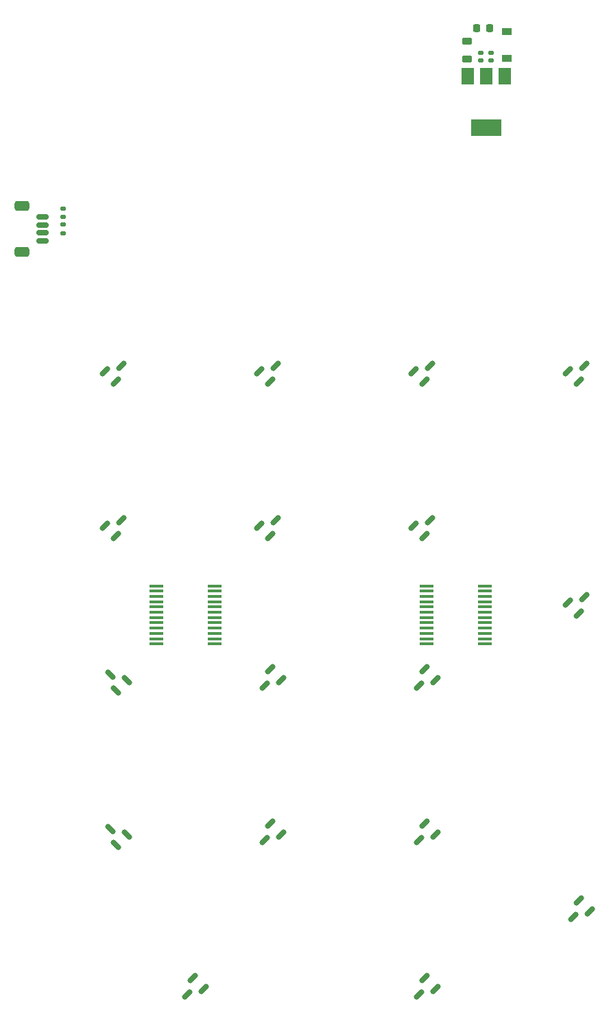
<source format=gbr>
%TF.GenerationSoftware,KiCad,Pcbnew,(6.0.4)*%
%TF.CreationDate,2022-08-26T16:16:49-04:00*%
%TF.ProjectId,Prototype Numpad,50726f74-6f74-4797-9065-204e756d7061,rev?*%
%TF.SameCoordinates,Original*%
%TF.FileFunction,Paste,Top*%
%TF.FilePolarity,Positive*%
%FSLAX46Y46*%
G04 Gerber Fmt 4.6, Leading zero omitted, Abs format (unit mm)*
G04 Created by KiCad (PCBNEW (6.0.4)) date 2022-08-26 16:16:49*
%MOMM*%
%LPD*%
G01*
G04 APERTURE LIST*
G04 Aperture macros list*
%AMRoundRect*
0 Rectangle with rounded corners*
0 $1 Rounding radius*
0 $2 $3 $4 $5 $6 $7 $8 $9 X,Y pos of 4 corners*
0 Add a 4 corners polygon primitive as box body*
4,1,4,$2,$3,$4,$5,$6,$7,$8,$9,$2,$3,0*
0 Add four circle primitives for the rounded corners*
1,1,$1+$1,$2,$3*
1,1,$1+$1,$4,$5*
1,1,$1+$1,$6,$7*
1,1,$1+$1,$8,$9*
0 Add four rect primitives between the rounded corners*
20,1,$1+$1,$2,$3,$4,$5,0*
20,1,$1+$1,$4,$5,$6,$7,0*
20,1,$1+$1,$6,$7,$8,$9,0*
20,1,$1+$1,$8,$9,$2,$3,0*%
G04 Aperture macros list end*
%ADD10RoundRect,0.150000X0.309359X0.521491X-0.521491X-0.309359X-0.309359X-0.521491X0.521491X0.309359X0*%
%ADD11RoundRect,0.150000X-0.309359X-0.521491X0.521491X0.309359X0.309359X0.521491X-0.521491X-0.309359X0*%
%ADD12RoundRect,0.218750X0.218750X0.256250X-0.218750X0.256250X-0.218750X-0.256250X0.218750X-0.256250X0*%
%ADD13RoundRect,0.150000X0.625000X-0.150000X0.625000X0.150000X-0.625000X0.150000X-0.625000X-0.150000X0*%
%ADD14RoundRect,0.250000X0.650000X-0.350000X0.650000X0.350000X-0.650000X0.350000X-0.650000X-0.350000X0*%
%ADD15R,1.750000X0.450000*%
%ADD16RoundRect,0.135000X0.185000X-0.135000X0.185000X0.135000X-0.185000X0.135000X-0.185000X-0.135000X0*%
%ADD17RoundRect,0.135000X-0.185000X0.135000X-0.185000X-0.135000X0.185000X-0.135000X0.185000X0.135000X0*%
%ADD18RoundRect,0.218750X0.381250X-0.218750X0.381250X0.218750X-0.381250X0.218750X-0.381250X-0.218750X0*%
%ADD19RoundRect,0.140000X0.170000X-0.140000X0.170000X0.140000X-0.170000X0.140000X-0.170000X-0.140000X0*%
%ADD20RoundRect,0.150000X0.521491X-0.309359X-0.309359X0.521491X-0.521491X0.309359X0.309359X-0.521491X0*%
%ADD21R,1.200000X0.900000*%
%ADD22R,1.500000X2.000000*%
%ADD23R,3.800000X2.000000*%
G04 APERTURE END LIST*
D10*
%TO.C,U9*%
X285576751Y-219961752D03*
X284233248Y-218618249D03*
X283579174Y-220615826D03*
%TD*%
D11*
%TO.C,U17*%
X301957423Y-181844074D03*
X303300926Y-183187577D03*
X303955000Y-181190000D03*
%TD*%
%TO.C,U14*%
X263857423Y-200894074D03*
X265200926Y-202237577D03*
X265855000Y-200240000D03*
%TD*%
D10*
%TO.C,U3*%
X304626751Y-258061752D03*
X303283248Y-256718249D03*
X302629174Y-258715826D03*
%TD*%
%TO.C,U6*%
X285576751Y-239011752D03*
X284233248Y-237668249D03*
X283579174Y-239665826D03*
%TD*%
D11*
%TO.C,U11*%
X321007423Y-210419074D03*
X322350926Y-211762577D03*
X323005000Y-209765000D03*
%TD*%
D12*
%TO.C,F1*%
X311317501Y-139550003D03*
X309742501Y-139550003D03*
%TD*%
D11*
%TO.C,U13*%
X282907423Y-200894074D03*
X284250926Y-202237577D03*
X284905000Y-200240000D03*
%TD*%
D13*
%TO.C,J1*%
X256118750Y-165806250D03*
X256118750Y-164806250D03*
X256118750Y-163806250D03*
X256118750Y-162806250D03*
D14*
X253593750Y-167106250D03*
X253593750Y-161506250D03*
%TD*%
D15*
%TO.C,AM0*%
X270243750Y-208356250D03*
X270243750Y-209006250D03*
X270243750Y-209656250D03*
X270243750Y-210306250D03*
X270243750Y-210956250D03*
X270243750Y-211606250D03*
X270243750Y-212256250D03*
X270243750Y-212906250D03*
X270243750Y-213556250D03*
X270243750Y-214206250D03*
X270243750Y-214856250D03*
X270243750Y-215506250D03*
X277443750Y-215506250D03*
X277443750Y-214856250D03*
X277443750Y-214206250D03*
X277443750Y-213556250D03*
X277443750Y-212906250D03*
X277443750Y-212256250D03*
X277443750Y-211606250D03*
X277443750Y-210956250D03*
X277443750Y-210306250D03*
X277443750Y-209656250D03*
X277443750Y-209006250D03*
X277443750Y-208356250D03*
%TD*%
D16*
%TO.C,R1*%
X258730000Y-162810000D03*
X258730000Y-161790000D03*
%TD*%
D17*
%TO.C,R2*%
X258730000Y-163800000D03*
X258730000Y-164820000D03*
%TD*%
D18*
%TO.C,FB1*%
X308530000Y-143312502D03*
X308530000Y-141187502D03*
%TD*%
D11*
%TO.C,U15*%
X263857423Y-181844074D03*
X265200926Y-183187577D03*
X265855000Y-181190000D03*
%TD*%
D15*
%TO.C,AM1*%
X303581250Y-208356250D03*
X303581250Y-209006250D03*
X303581250Y-209656250D03*
X303581250Y-210306250D03*
X303581250Y-210956250D03*
X303581250Y-211606250D03*
X303581250Y-212256250D03*
X303581250Y-212906250D03*
X303581250Y-213556250D03*
X303581250Y-214206250D03*
X303581250Y-214856250D03*
X303581250Y-215506250D03*
X310781250Y-215506250D03*
X310781250Y-214856250D03*
X310781250Y-214206250D03*
X310781250Y-213556250D03*
X310781250Y-212906250D03*
X310781250Y-212256250D03*
X310781250Y-211606250D03*
X310781250Y-210956250D03*
X310781250Y-210306250D03*
X310781250Y-209656250D03*
X310781250Y-209006250D03*
X310781250Y-208356250D03*
%TD*%
D19*
%TO.C,C2*%
X311530000Y-143530000D03*
X311530000Y-142570000D03*
%TD*%
D10*
%TO.C,U5*%
X304626751Y-239011752D03*
X303283248Y-237668249D03*
X302629174Y-239665826D03*
%TD*%
D20*
%TO.C,U8*%
X265183248Y-221287577D03*
X266526751Y-219944074D03*
X264529174Y-219290000D03*
%TD*%
D21*
%TO.C,D1*%
X313430001Y-140000001D03*
X313430001Y-143300001D03*
%TD*%
D20*
%TO.C,U7*%
X265183248Y-240337577D03*
X266526751Y-238994074D03*
X264529174Y-238340000D03*
%TD*%
D19*
%TO.C,C1*%
X310230000Y-143530002D03*
X310230000Y-142570002D03*
%TD*%
D10*
%TO.C,U10*%
X304626751Y-219961752D03*
X303283248Y-218618249D03*
X302629174Y-220615826D03*
%TD*%
%TO.C,U4*%
X323676751Y-248536752D03*
X322333248Y-247193249D03*
X321679174Y-249190826D03*
%TD*%
D11*
%TO.C,U12*%
X301957423Y-200894074D03*
X303300926Y-202237577D03*
X303955000Y-200240000D03*
%TD*%
%TO.C,U16*%
X282907423Y-181844074D03*
X284250926Y-183187577D03*
X284905000Y-181190000D03*
%TD*%
D22*
%TO.C,LDO1*%
X313230000Y-145500002D03*
D23*
X310930000Y-151800002D03*
D22*
X310930000Y-145500002D03*
X308630000Y-145500002D03*
%TD*%
D11*
%TO.C,U18*%
X321007423Y-181844074D03*
X322350926Y-183187577D03*
X323005000Y-181190000D03*
%TD*%
D10*
%TO.C,U2*%
X276054664Y-258058839D03*
X274711161Y-256715336D03*
X274057087Y-258712913D03*
%TD*%
M02*

</source>
